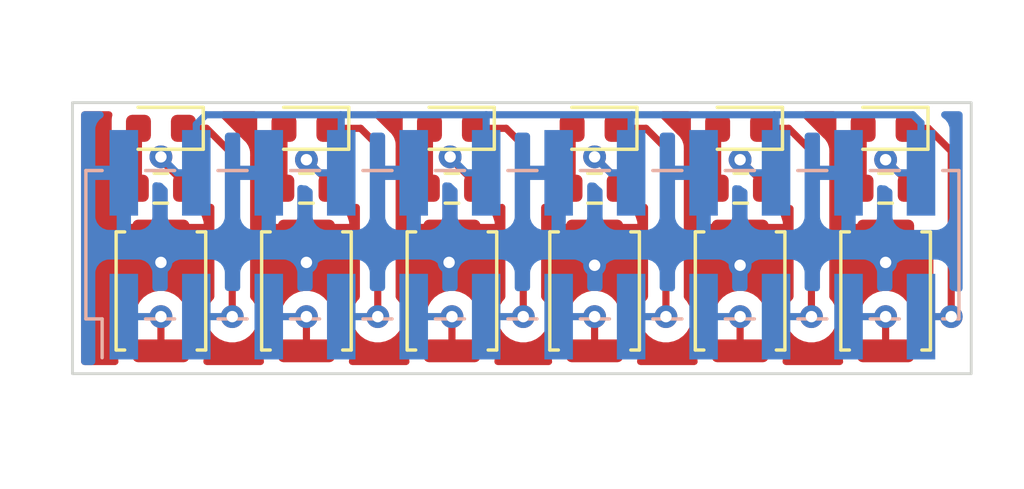
<source format=kicad_pcb>
(kicad_pcb (version 20221018) (generator pcbnew)
  (layers (0 "F.Cu" signal) (31 "B.Cu" signal) (34 "B.Paste" user) (35 "F.Paste" user) (36 "B.SilkS" user "B.Silkscreen") (37 "F.SilkS" user "F.Silkscreen") (38 "B.Mask" user) (39 "F.Mask" user) (44 "Edge.Cuts" user))
  (net 0 "")
  (net 1 "GND")
  (net 2 "Net-(D1-A)")
  (net 3 "Net-(D2-A)")
  (net 4 "Net-(D4-A)")
  (net 5 "Net-(D5-A)")
  (net 6 "Net-(D6-A)")
  (net 7 "Net-(D7-A)")
  (net 8 "BUTTON1")
  (net 9 "BUTTON1_LED")
  (net 10 "+5V")
  (net 11 "BUTTON2")
  (net 12 "BUTTON2_LED")
  (net 13 "BUTTON3")
  (net 14 "BUTTON3_LED")
  (net 15 "BUTTON4")
  (net 16 "BUTTON4_LED")
  (net 17 "BUTTON5")
  (net 18 "BUTTON5_LED")
  (net 19 "BUTTON6")
  (net 20 "BUTTON6_LED")
  (footprint "LED_SMD:LED_0603_1608Metric" (layer "F.Cu") (at 122.9 114.1 180)
    (fp_text reference "D1" hide)
    (fp_text value "LED")
    (fp_line (start -1.485 -0.735) (end -1.485 0.735) (stroke (width 0.12)) (layer "F.SilkS"))
    (fp_line (start -1.485 0.735) (end 0.8 0.735) (stroke (width 0.12)) (layer "F.SilkS"))
    (fp_line (start 0.8 -0.735) (end -1.485 -0.735) (stroke (width 0.12)) (layer "F.SilkS"))
    (pad "1" smd roundrect (at -0.7875 0 180) (size 0.875 0.95) (layers "F.Cu" "F.Paste" "F.Mask") (net 12 "BUTTON2_LED"))
    (pad "2" smd roundrect (at 0.7875 0 180) (size 0.875 0.95) (layers "F.Cu" "F.Paste" "F.Mask") (net 2 "Net-(D1-A)"))
  )
  (footprint "Resistor_SMD:R_0603_1608Metric" (layer "F.Cu") (at 133 116.2)
    (fp_text reference "R5" hide)
    (fp_text value "1k")
    (fp_line (start -0.237258 -0.5225) (end 0.237258 -0.5225) (stroke (width 0.12)) (layer "F.SilkS"))
    (fp_line (start -0.237258 0.5225) (end 0.237258 0.5225) (stroke (width 0.12)) (layer "F.SilkS"))
    (pad "1" smd roundrect (at -0.825 0) (size 0.8 0.95) (layers "F.Cu" "F.Paste" "F.Mask") (net 5 "Net-(D5-A)"))
    (pad "2" smd roundrect (at 0.825 0) (size 0.8 0.95) (layers "F.Cu" "F.Paste" "F.Mask") (net 10 "+5V"))
  )
  (footprint "Resistor_SMD:R_0603_1608Metric" (layer "F.Cu") (at 117.8 116.2)
    (fp_text reference "R4" hide)
    (fp_text value "1k")
    (fp_line (start -0.237258 -0.5225) (end 0.237258 -0.5225) (stroke (width 0.12)) (layer "F.SilkS"))
    (fp_line (start -0.237258 0.5225) (end 0.237258 0.5225) (stroke (width 0.12)) (layer "F.SilkS"))
    (pad "1" smd roundrect (at -0.825 0) (size 0.8 0.95) (layers "F.Cu" "F.Paste" "F.Mask") (net 4 "Net-(D4-A)"))
    (pad "2" smd roundrect (at 0.825 0) (size 0.8 0.95) (layers "F.Cu" "F.Paste" "F.Mask") (net 10 "+5V"))
  )
  (footprint "LED_SMD:LED_0603_1608Metric" (layer "F.Cu") (at 133 114.1 180)
    (fp_text reference "D5" hide)
    (fp_text value "LED")
    (fp_line (start -1.485 -0.735) (end -1.485 0.735) (stroke (width 0.12)) (layer "F.SilkS"))
    (fp_line (start -1.485 0.735) (end 0.8 0.735) (stroke (width 0.12)) (layer "F.SilkS"))
    (fp_line (start 0.8 -0.735) (end -1.485 -0.735) (stroke (width 0.12)) (layer "F.SilkS"))
    (pad "1" smd roundrect (at -0.7875 0 180) (size 0.875 0.95) (layers "F.Cu" "F.Paste" "F.Mask") (net 16 "BUTTON4_LED"))
    (pad "2" smd roundrect (at 0.7875 0 180) (size 0.875 0.95) (layers "F.Cu" "F.Paste" "F.Mask") (net 5 "Net-(D5-A)"))
  )
  (footprint "LED_SMD:LED_0603_1608Metric" (layer "F.Cu") (at 117.8 114.1 180)
    (fp_text reference "D4" hide)
    (fp_text value "LED")
    (fp_line (start -1.485 -0.735) (end -1.485 0.735) (stroke (width 0.12)) (layer "F.SilkS"))
    (fp_line (start -1.485 0.735) (end 0.8 0.735) (stroke (width 0.12)) (layer "F.SilkS"))
    (fp_line (start 0.8 -0.735) (end -1.485 -0.735) (stroke (width 0.12)) (layer "F.SilkS"))
    (pad "1" smd roundrect (at -0.7875 0 180) (size 0.875 0.95) (layers "F.Cu" "F.Paste" "F.Mask") (net 9 "BUTTON1_LED"))
    (pad "2" smd roundrect (at 0.7875 0 180) (size 0.875 0.95) (layers "F.Cu" "F.Paste" "F.Mask") (net 4 "Net-(D4-A)"))
  )
  (footprint "Button_Switch_SMD:SW_Push_SPST_NO_Alps_SKRK" (layer "F.Cu") (at 128 119.8 -90)
    (fp_text reference "SW2" hide)
    (fp_text value "SW_Push")
    (fp_line (start -2.07 -1.57) (end 2.07 -1.57) (stroke (width 0.12)) (layer "F.SilkS"))
    (fp_line (start -2.07 -1.27) (end -2.07 -1.57) (stroke (width 0.12)) (layer "F.SilkS"))
    (fp_line (start -2.07 1.57) (end -2.07 1.27) (stroke (width 0.12)) (layer "F.SilkS"))
    (fp_line (start 2.07 -1.57) (end 2.07 -1.27) (stroke (width 0.12)) (layer "F.SilkS"))
    (fp_line (start 2.07 1.27) (end 2.07 1.57) (stroke (width 0.12)) (layer "F.SilkS"))
    (fp_line (start 2.07 1.57) (end -2.07 1.57) (stroke (width 0.12)) (layer "F.SilkS"))
    (pad "1" smd roundrect (at -2.1 0 270) (size 0.8 2) (layers "F.Cu" "F.Paste" "F.Mask") (net 1 "GND"))
    (pad "2" smd roundrect (at 2.1 0 270) (size 0.8 2) (layers "F.Cu" "F.Paste" "F.Mask") (net 13 "BUTTON3"))
  )
  (footprint "Button_Switch_SMD:SW_Push_SPST_NO_Alps_SKRK" (layer "F.Cu") (at 143.2 119.8 -90)
    (fp_text reference "SW7" hide)
    (fp_text value "SW_Push")
    (fp_line (start -2.07 -1.57) (end 2.07 -1.57) (stroke (width 0.12)) (layer "F.SilkS"))
    (fp_line (start -2.07 -1.27) (end -2.07 -1.57) (stroke (width 0.12)) (layer "F.SilkS"))
    (fp_line (start -2.07 1.57) (end -2.07 1.27) (stroke (width 0.12)) (layer "F.SilkS"))
    (fp_line (start 2.07 -1.57) (end 2.07 -1.27) (stroke (width 0.12)) (layer "F.SilkS"))
    (fp_line (start 2.07 1.27) (end 2.07 1.57) (stroke (width 0.12)) (layer "F.SilkS"))
    (fp_line (start 2.07 1.57) (end -2.07 1.57) (stroke (width 0.12)) (layer "F.SilkS"))
    (pad "1" smd roundrect (at -2.1 0 270) (size 0.8 2) (layers "F.Cu" "F.Paste" "F.Mask") (net 1 "GND"))
    (pad "2" smd roundrect (at 2.1 0 270) (size 0.8 2) (layers "F.Cu" "F.Paste" "F.Mask") (net 19 "BUTTON6"))
  )
  (footprint "Button_Switch_SMD:SW_Push_SPST_NO_Alps_SKRK" (layer "F.Cu") (at 138.1 119.8 -90)
    (fp_text reference "SW6" hide)
    (fp_text value "SW_Push")
    (fp_line (start -2.07 -1.57) (end 2.07 -1.57) (stroke (width 0.12)) (layer "F.SilkS"))
    (fp_line (start -2.07 -1.27) (end -2.07 -1.57) (stroke (width 0.12)) (layer "F.SilkS"))
    (fp_line (start -2.07 1.57) (end -2.07 1.27) (stroke (width 0.12)) (layer "F.SilkS"))
    (fp_line (start 2.07 -1.57) (end 2.07 -1.27) (stroke (width 0.12)) (layer "F.SilkS"))
    (fp_line (start 2.07 1.27) (end 2.07 1.57) (stroke (width 0.12)) (layer "F.SilkS"))
    (fp_line (start 2.07 1.57) (end -2.07 1.57) (stroke (width 0.12)) (layer "F.SilkS"))
    (pad "1" smd roundrect (at -2.1 0 270) (size 0.8 2) (layers "F.Cu" "F.Paste" "F.Mask") (net 1 "GND"))
    (pad "2" smd roundrect (at 2.1 0 270) (size 0.8 2) (layers "F.Cu" "F.Paste" "F.Mask") (net 17 "BUTTON5"))
  )
  (footprint "Resistor_SMD:R_0603_1608Metric" (layer "F.Cu") (at 143.2 116.2)
    (fp_text reference "R7" hide)
    (fp_text value "1k")
    (fp_line (start -0.237258 -0.5225) (end 0.237258 -0.5225) (stroke (width 0.12)) (layer "F.SilkS"))
    (fp_line (start -0.237258 0.5225) (end 0.237258 0.5225) (stroke (width 0.12)) (layer "F.SilkS"))
    (pad "1" smd roundrect (at -0.825 0) (size 0.8 0.95) (layers "F.Cu" "F.Paste" "F.Mask") (net 7 "Net-(D7-A)"))
    (pad "2" smd roundrect (at 0.825 0) (size 0.8 0.95) (layers "F.Cu" "F.Paste" "F.Mask") (net 10 "+5V"))
  )
  (footprint "LED_SMD:LED_0603_1608Metric" (layer "F.Cu") (at 138.1 114.1 180)
    (fp_text reference "D6" hide)
    (fp_text value "LED")
    (fp_line (start -1.485 -0.735) (end -1.485 0.735) (stroke (width 0.12)) (layer "F.SilkS"))
    (fp_line (start -1.485 0.735) (end 0.8 0.735) (stroke (width 0.12)) (layer "F.SilkS"))
    (fp_line (start 0.8 -0.735) (end -1.485 -0.735) (stroke (width 0.12)) (layer "F.SilkS"))
    (pad "1" smd roundrect (at -0.7875 0 180) (size 0.875 0.95) (layers "F.Cu" "F.Paste" "F.Mask") (net 18 "BUTTON5_LED"))
    (pad "2" smd roundrect (at 0.7875 0 180) (size 0.875 0.95) (layers "F.Cu" "F.Paste" "F.Mask") (net 6 "Net-(D6-A)"))
  )
  (footprint "Resistor_SMD:R_0603_1608Metric" (layer "F.Cu") (at 138.125 116.2)
    (fp_text reference "R6" hide)
    (fp_text value "1k")
    (fp_line (start -0.237258 -0.5225) (end 0.237258 -0.5225) (stroke (width 0.12)) (layer "F.SilkS"))
    (fp_line (start -0.237258 0.5225) (end 0.237258 0.5225) (stroke (width 0.12)) (layer "F.SilkS"))
    (pad "1" smd roundrect (at -0.825 0) (size 0.8 0.95) (layers "F.Cu" "F.Paste" "F.Mask") (net 6 "Net-(D6-A)"))
    (pad "2" smd roundrect (at 0.825 0) (size 0.8 0.95) (layers "F.Cu" "F.Paste" "F.Mask") (net 10 "+5V"))
  )
  (footprint "Resistor_SMD:R_0603_1608Metric" (layer "F.Cu") (at 122.9 116.2)
    (fp_text reference "R1" hide)
    (fp_text value "1k")
    (fp_line (start -0.237258 -0.5225) (end 0.237258 -0.5225) (stroke (width 0.12)) (layer "F.SilkS"))
    (fp_line (start -0.237258 0.5225) (end 0.237258 0.5225) (stroke (width 0.12)) (layer "F.SilkS"))
    (pad "1" smd roundrect (at -0.825 0) (size 0.8 0.95) (layers "F.Cu" "F.Paste" "F.Mask") (net 2 "Net-(D1-A)"))
    (pad "2" smd roundrect (at 0.825 0) (size 0.8 0.95) (layers "F.Cu" "F.Paste" "F.Mask") (net 10 "+5V"))
  )
  (footprint "Button_Switch_SMD:SW_Push_SPST_NO_Alps_SKRK" (layer "F.Cu") (at 133 119.8 -90)
    (fp_text reference "SW5" hide)
    (fp_text value "SW_Push")
    (fp_line (start -2.07 -1.57) (end 2.07 -1.57) (stroke (width 0.12)) (layer "F.SilkS"))
    (fp_line (start -2.07 -1.27) (end -2.07 -1.57) (stroke (width 0.12)) (layer "F.SilkS"))
    (fp_line (start -2.07 1.57) (end -2.07 1.27) (stroke (width 0.12)) (layer "F.SilkS"))
    (fp_line (start 2.07 -1.57) (end 2.07 -1.27) (stroke (width 0.12)) (layer "F.SilkS"))
    (fp_line (start 2.07 1.27) (end 2.07 1.57) (stroke (width 0.12)) (layer "F.SilkS"))
    (fp_line (start 2.07 1.57) (end -2.07 1.57) (stroke (width 0.12)) (layer "F.SilkS"))
    (pad "1" smd roundrect (at -2.1 0 270) (size 0.8 2) (layers "F.Cu" "F.Paste" "F.Mask") (net 1 "GND"))
    (pad "2" smd roundrect (at 2.1 0 270) (size 0.8 2) (layers "F.Cu" "F.Paste" "F.Mask") (net 15 "BUTTON4"))
  )
  (footprint "LED_SMD:LED_0603_1608Metric" (layer "F.Cu") (at 143.2 114.1 180)
    (fp_text reference "D7" hide)
    (fp_text value "LED")
    (fp_line (start -1.485 -0.735) (end -1.485 0.735) (stroke (width 0.12)) (layer "F.SilkS"))
    (fp_line (start -1.485 0.735) (end 0.8 0.735) (stroke (width 0.12)) (layer "F.SilkS"))
    (fp_line (start 0.8 -0.735) (end -1.485 -0.735) (stroke (width 0.12)) (layer "F.SilkS"))
    (pad "1" smd roundrect (at -0.7875 0 180) (size 0.875 0.95) (layers "F.Cu" "F.Paste" "F.Mask") (net 20 "BUTTON6_LED"))
    (pad "2" smd roundrect (at 0.7875 0 180) (size 0.875 0.95) (layers "F.Cu" "F.Paste" "F.Mask") (net 7 "Net-(D7-A)"))
  )
  (footprint "Resistor_SMD:R_0603_1608Metric" (layer "F.Cu") (at 128 116.2)
    (fp_text reference "R2" hide)
    (fp_text value "1k")
    (fp_line (start -0.237258 -0.5225) (end 0.237258 -0.5225) (stroke (width 0.12)) (layer "F.SilkS"))
    (fp_line (start -0.237258 0.5225) (end 0.237258 0.5225) (stroke (width 0.12)) (layer "F.SilkS"))
    (pad "1" smd roundrect (at -0.825 0) (size 0.8 0.95) (layers "F.Cu" "F.Paste" "F.Mask") (net 3 "Net-(D2-A)"))
    (pad "2" smd roundrect (at 0.825 0) (size 0.8 0.95) (layers "F.Cu" "F.Paste" "F.Mask") (net 10 "+5V"))
  )
  (footprint "LED_SMD:LED_0603_1608Metric" (layer "F.Cu") (at 128 114.1 180)
    (fp_text reference "D2" hide)
    (fp_text value "LED")
    (fp_line (start -1.485 -0.735) (end -1.485 0.735) (stroke (width 0.12)) (layer "F.SilkS"))
    (fp_line (start -1.485 0.735) (end 0.8 0.735) (stroke (width 0.12)) (layer "F.SilkS"))
    (fp_line (start 0.8 -0.735) (end -1.485 -0.735) (stroke (width 0.12)) (layer "F.SilkS"))
    (pad "1" smd roundrect (at -0.7875 0 180) (size 0.875 0.95) (layers "F.Cu" "F.Paste" "F.Mask") (net 14 "BUTTON3_LED"))
    (pad "2" smd roundrect (at 0.7875 0 180) (size 0.875 0.95) (layers "F.Cu" "F.Paste" "F.Mask") (net 3 "Net-(D2-A)"))
  )
  (footprint "Button_Switch_SMD:SW_Push_SPST_NO_Alps_SKRK" (layer "F.Cu") (at 122.9 119.8 -90)
    (fp_text reference "SW1" hide)
    (fp_text value "SW_Push")
    (fp_line (start -2.07 -1.57) (end 2.07 -1.57) (stroke (width 0.12)) (layer "F.SilkS"))
    (fp_line (start -2.07 -1.27) (end -2.07 -1.57) (stroke (width 0.12)) (layer "F.SilkS"))
    (fp_line (start -2.07 1.57) (end -2.07 1.27) (stroke (width 0.12)) (layer "F.SilkS"))
    (fp_line (start 2.07 -1.57) (end 2.07 -1.27) (stroke (width 0.12)) (layer "F.SilkS"))
    (fp_line (start 2.07 1.27) (end 2.07 1.57) (stroke (width 0.12)) (layer "F.SilkS"))
    (fp_line (start 2.07 1.57) (end -2.07 1.57) (stroke (width 0.12)) (layer "F.SilkS"))
    (pad "1" smd roundrect (at -2.1 0 270) (size 0.8 2) (layers "F.Cu" "F.Paste" "F.Mask") (net 1 "GND"))
    (pad "2" smd roundrect (at 2.1 0 270) (size 0.8 2) (layers "F.Cu" "F.Paste" "F.Mask") (net 11 "BUTTON2"))
  )
  (footprint "Button_Switch_SMD:SW_Push_SPST_NO_Alps_SKRK" (layer "F.Cu") (at 117.8 119.8 -90)
    (fp_text reference "SW4" hide)
    (fp_text value "SW_Push")
    (fp_line (start -2.07 -1.57) (end 2.07 -1.57) (stroke (width 0.12)) (layer "F.SilkS"))
    (fp_line (start -2.07 -1.27) (end -2.07 -1.57) (stroke (width 0.12)) (layer "F.SilkS"))
    (fp_line (start -2.07 1.57) (end -2.07 1.27) (stroke (width 0.12)) (layer "F.SilkS"))
    (fp_line (start 2.07 -1.57) (end 2.07 -1.27) (stroke (width 0.12)) (layer "F.SilkS"))
    (fp_line (start 2.07 1.27) (end 2.07 1.57) (stroke (width 0.12)) (layer "F.SilkS"))
    (fp_line (start 2.07 1.57) (end -2.07 1.57) (stroke (width 0.12)) (layer "F.SilkS"))
    (pad "1" smd roundrect (at -2.1 0 270) (size 0.8 2) (layers "F.Cu" "F.Paste" "F.Mask") (net 1 "GND"))
    (pad "2" smd roundrect (at 2.1 0 270) (size 0.8 2) (layers "F.Cu" "F.Paste" "F.Mask") (net 8 "BUTTON1"))
  )
  (footprint "Connector_PinSocket_2.54mm:PinSocket_2x12_P2.54mm_Vertical_SMD" (layer "B.Cu") (at 130.47 118.18 -90)
    (fp_text reference "J1" hide)
    (fp_text value "Conn_02x12_Odd_Even")
    (fp_line (start -2.6 -15.3) (end 2.6 -15.3) (stroke (width 0.12)) (layer "B.SilkS"))
    (fp_line (start -2.6 -14.73) (end -2.6 -15.3) (stroke (width 0.12)) (layer "B.SilkS"))
    (fp_line (start -2.6 -12.19) (end -2.6 -13.21) (stroke (width 0.12)) (layer "B.SilkS"))
    (fp_line (start -2.6 -9.65) (end -2.6 -10.67) (stroke (width 0.12)) (layer "B.SilkS"))
    (fp_line (start -2.6 -7.11) (end -2.6 -8.13) (stroke (width 0.12)) (layer "B.SilkS"))
    (fp_line (start -2.6 -4.57) (end -2.6 -5.59) (stroke (width 0.12)) (layer "B.SilkS"))
    (fp_line (start -2.6 -2.03) (end -2.6 -3.05) (stroke (width 0.12)) (layer "B.SilkS"))
    (fp_line (start -2.6 0.51) (end -2.6 -0.51) (stroke (width 0.12)) (layer "B.SilkS"))
    (fp_line (start -2.6 3.05) (end -2.6 2.03) (stroke (width 0.12)) (layer "B.SilkS"))
    (fp_line (start -2.6 5.59) (end -2.6 4.57) (stroke (width 0.12)) (layer "B.SilkS"))
    (fp_line (start -2.6 8.13) (end -2.6 7.11) (stroke (width 0.12)) (layer "B.SilkS"))
    (fp_line (start -2.6 10.67) (end -2.6 9.65) (stroke (width 0.12)) (layer "B.SilkS"))
    (fp_line (start -2.6 13.21) (end -2.6 12.19) (stroke (width 0.12)) (layer "B.SilkS"))
    (fp_line (start -2.6 15.3) (end -2.6 14.73) (stroke (width 0.12)) (layer "B.SilkS"))
    (fp_line (start -2.6 15.3) (end 2.6 15.3) (stroke (width 0.12)) (layer "B.SilkS"))
    (fp_line (start 2.6 -14.73) (end 2.6 -15.3) (stroke (width 0.12)) (layer "B.SilkS"))
    (fp_line (start 2.6 -12.19) (end 2.6 -13.21) (stroke (width 0.12)) (layer "B.SilkS"))
    (fp_line (start 2.6 -9.65) (end 2.6 -10.67) (stroke (width 0.12)) (layer "B.SilkS"))
    (fp_line (start 2.6 -7.11) (end 2.6 -8.13) (stroke (width 0.12)) (layer "B.SilkS"))
    (fp_line (start 2.6 -4.57) (end 2.6 -5.59) (stroke (width 0.12)) (layer "B.SilkS"))
    (fp_line (start 2.6 -2.03) (end 2.6 -3.05) (stroke (width 0.12)) (layer "B.SilkS"))
    (fp_line (start 2.6 0.51) (end 2.6 -0.51) (stroke (width 0.12)) (layer "B.SilkS"))
    (fp_line (start 2.6 3.05) (end 2.6 2.03) (stroke (width 0.12)) (layer "B.SilkS"))
    (fp_line (start 2.6 5.59) (end 2.6 4.57) (stroke (width 0.12)) (layer "B.SilkS"))
    (fp_line (start 2.6 8.13) (end 2.6 7.11) (stroke (width 0.12)) (layer "B.SilkS"))
    (fp_line (start 2.6 10.67) (end 2.6 9.65) (stroke (width 0.12)) (layer "B.SilkS"))
    (fp_line (start 2.6 13.21) (end 2.6 12.19) (stroke (width 0.12)) (layer "B.SilkS"))
    (fp_line (start 2.6 14.73) (end 3.96 14.73) (stroke (width 0.12)) (layer "B.SilkS"))
    (fp_line (start 2.6 15.3) (end 2.6 14.73) (stroke (width 0.12)) (layer "B.SilkS"))
    (pad "1" smd rect (at 2.52 13.97 270) (size 3 1) (layers "B.Cu" "B.Paste" "B.Mask") (net 8 "BUTTON1"))
    (pad "2" smd rect (at -2.52 13.97 270) (size 3 1) (layers "B.Cu" "B.Paste" "B.Mask") (net 1 "GND"))
    (pad "3" smd rect (at 2.52 11.43 270) (size 3 1) (layers "B.Cu" "B.Paste" "B.Mask") (net 9 "BUTTON1_LED"))
    (pad "4" smd rect (at -2.52 11.43 270) (size 3 1) (layers "B.Cu" "B.Paste" "B.Mask") (net 10 "+5V"))
    (pad "5" smd rect (at 2.52 8.89 270) (size 3 1) (layers "B.Cu" "B.Paste" "B.Mask") (net 11 "BUTTON2"))
    (pad "6" smd rect (at -2.52 8.89 270) (size 3 1) (layers "B.Cu" "B.Paste" "B.Mask") (net 1 "GND"))
    (pad "7" smd rect (at 2.52 6.35 270) (size 3 1) (layers "B.Cu" "B.Paste" "B.Mask") (net 12 "BUTTON2_LED"))
    (pad "8" smd rect (at -2.52 6.35 270) (size 3 1) (layers "B.Cu" "B.Paste" "B.Mask") (net 10 "+5V"))
    (pad "9" smd rect (at 2.52 3.81 270) (size 3 1) (layers "B.Cu" "B.Paste" "B.Mask") (net 13 "BUTTON3"))
    (pad "10" smd rect (at -2.52 3.81 270) (size 3 1) (layers "B.Cu" "B.Paste" "B.Mask") (net 1 "GND"))
    (pad "11" smd rect (at 2.52 1.27 270) (size 3 1) (layers "B.Cu" "B.Paste" "B.Mask") (net 14 "BUTTON3_LED"))
    (pad "12" smd rect (at -2.52 1.27 270) (size 3 1) (layers "B.Cu" "B.Paste" "B.Mask") (net 10 "+5V"))
    (pad "13" smd rect (at 2.52 -1.27 270) (size 3 1) (layers "B.Cu" "B.Paste" "B.Mask") (net 15 "BUTTON4"))
    (pad "14" smd rect (at -2.52 -1.27 270) (size 3 1) (layers "B.Cu" "B.Paste" "B.Mask") (net 1 "GND"))
    (pad "15" smd rect (at 2.52 -3.81 270) (size 3 1) (layers "B.Cu" "B.Paste" "B.Mask") (net 16 "BUTTON4_LED"))
    (pad "16" smd rect (at -2.52 -3.81 270) (size 3 1) (layers "B.Cu" "B.Paste" "B.Mask") (net 10 "+5V"))
    (pad "17" smd rect (at 2.52 -6.35 270) (size 3 1) (layers "B.Cu" "B.Paste" "B.Mask") (net 17 "BUTTON5"))
    (pad "18" smd rect (at -2.52 -6.35 270) (size 3 1) (layers "B.Cu" "B.Paste" "B.Mask") (net 1 "GND"))
    (pad "19" smd rect (at 2.52 -8.89 270) (size 3 1) (layers "B.Cu" "B.Paste" "B.Mask") (net 18 "BUTTON5_LED"))
    (pad "20" smd rect (at -2.52 -8.89 270) (size 3 1) (layers "B.Cu" "B.Paste" "B.Mask") (net 10 "+5V"))
    (pad "21" smd rect (at 2.52 -11.43 270) (size 3 1) (layers "B.Cu" "B.Paste" "B.Mask") (net 19 "BUTTON6"))
    (pad "22" smd rect (at -2.52 -11.43 270) (size 3 1) (layers "B.Cu" "B.Paste" "B.Mask") (net 1 "GND"))
    (pad "23" smd rect (at 2.52 -13.97 270) (size 3 1) (layers "B.Cu" "B.Paste" "B.Mask") (net 20 "BUTTON6_LED"))
    (pad "24" smd rect (at -2.52 -13.97 270) (size 3 1) (layers "B.Cu" "B.Paste" "B.Mask") (net 10 "+5V"))
  )
  (gr_rect (start 114.7 113.2) (end 146.2 122.7) (stroke (width 0.1)) (fill none) (layer "Edge.Cuts"))
  (via (at 138.1 118.9) (size 0.8) (drill 0.4) (layers "F.Cu" "B.Cu") (net 1))
  (via (at 117.8 118.8) (size 0.8) (drill 0.4) (layers "F.Cu" "B.Cu") (net 1))
  (via (at 122.9 118.8) (size 0.8) (drill 0.4) (layers "F.Cu" "B.Cu") (net 1))
  (via (at 127.9 118.8) (size 0.8) (drill 0.4) (layers "F.Cu" "B.Cu") (net 1))
  (via (at 133 118.9) (size 0.8) (drill 0.4) (layers "F.Cu" "B.Cu") (net 1))
  (via (at 143.2 118.8) (size 0.8) (drill 0.4) (layers "F.Cu" "B.Cu") (net 1))
  (segment (start 122.1125 114.1) (end 122.1125 116.1625) (width 0.25) (layer "F.Cu") (net 2))
  (segment (start 122.1125 116.1625) (end 122.075 116.2) (width 0.25) (layer "F.Cu") (net 2))
  (segment (start 127.2125 116.1625) (end 127.175 116.2) (width 0.25) (layer "F.Cu") (net 3))
  (segment (start 127.2125 114.1) (end 127.2125 116.1625) (width 0.25) (layer "F.Cu") (net 3))
  (segment (start 117.0125 116.1625) (end 116.975 116.2) (width 0.25) (layer "F.Cu") (net 4))
  (segment (start 117.0125 114.1) (end 117.0125 116.1625) (width 0.25) (layer "F.Cu") (net 4))
  (segment (start 132.2125 114.1) (end 132.2125 116.1625) (width 0.25) (layer "F.Cu") (net 5))
  (segment (start 132.2125 116.1625) (end 132.175 116.2) (width 0.25) (layer "F.Cu") (net 5))
  (segment (start 137.3125 116.1875) (end 137.3 116.2) (width 0.25) (layer "F.Cu") (net 6))
  (segment (start 137.3125 114.1) (end 137.3125 116.1875) (width 0.25) (layer "F.Cu") (net 6))
  (segment (start 142.4125 114.1) (end 142.4125 116.1625) (width 0.25) (layer "F.Cu") (net 7))
  (segment (start 142.4125 116.1625) (end 142.375 116.2) (width 0.25) (layer "F.Cu") (net 7))
  (segment (start 117.8 121.9) (end 117.8 120.7) (width 0.25) (layer "F.Cu") (net 8))
  (via (at 117.8 120.7) (size 0.8) (drill 0.4) (layers "F.Cu" "B.Cu") (net 8))
  (segment (start 117.8 120.7) (end 116.5 120.7) (width 0.25) (layer "B.Cu") (net 8))
  (segment (start 120.3 120.7) (end 120.3 115) (width 0.25) (layer "F.Cu") (net 9))
  (segment (start 120.3 115) (end 119.4 114.1) (width 0.25) (layer "F.Cu") (net 9))
  (segment (start 119.4 114.1) (end 118.5875 114.1) (width 0.25) (layer "F.Cu") (net 9))
  (via (at 120.3 120.7) (size 0.8) (drill 0.4) (layers "F.Cu" "B.Cu") (net 9))
  (segment (start 120.3 120.7) (end 119.04 120.7) (width 0.25) (layer "B.Cu") (net 9))
  (segment (start 118.625 116.025) (end 117.8 115.2) (width 0.25) (layer "F.Cu") (net 10))
  (segment (start 143.2 115.2) (end 144.025 116.025) (width 0.25) (layer "F.Cu") (net 10))
  (segment (start 127.937 115.1) (end 127.937 115.137) (width 0.25) (layer "F.Cu") (net 10))
  (segment (start 118.625 116.2) (end 118.625 116.025) (width 0.25) (layer "F.Cu") (net 10))
  (segment (start 138.95 116.2) (end 138.95 116.05) (width 0.25) (layer "F.Cu") (net 10))
  (segment (start 144.025 116.025) (end 144.025 116.2) (width 0.25) (layer "F.Cu") (net 10))
  (segment (start 117.7 115.1) (end 117.8 115.2) (width 0.25) (layer "F.Cu") (net 10))
  (segment (start 117.8 115.2) (end 117.8 115.1) (width 0.25) (layer "F.Cu") (net 10))
  (segment (start 133.825 116.2) (end 133.825 115.925) (width 0.25) (layer "F.Cu") (net 10))
  (segment (start 138.95 116.05) (end 138.1 115.2) (width 0.25) (layer "F.Cu") (net 10))
  (segment (start 127.9 115.1) (end 127.9 115.1) (width 0.25) (layer "F.Cu") (net 10))
  (segment (start 133.825 115.925) (end 133 115.1) (width 0.25) (layer "F.Cu") (net 10))
  (segment (start 123.725 116.025) (end 122.9 115.2) (width 0.25) (layer "F.Cu") (net 10))
  (segment (start 123.725 116.2) (end 123.725 116.025) (width 0.25) (layer "F.Cu") (net 10))
  (segment (start 128.825 116.025) (end 128.825 116.2) (width 0.25) (layer "F.Cu") (net 10))
  (segment (start 117.8 115.1) (end 117.7 115.1) (width 0.25) (layer "F.Cu") (net 10))
  (segment (start 127.937 115.1) (end 127.9 115.1) (width 0.25) (layer "F.Cu") (net 10))
  (segment (start 127.937 115.137) (end 128.825 116.025) (width 0.25) (layer "F.Cu") (net 10))
  (via (at 122.9 115.2) (size 0.8) (drill 0.4) (layers "F.Cu" "B.Cu") (net 10))
  (via (at 143.2 115.2) (size 0.8) (drill 0.4) (layers "F.Cu" "B.Cu") (net 10))
  (via (at 127.937 115.1) (size 0.8) (drill 0.4) (layers "F.Cu" "B.Cu") (net 10))
  (via (at 133 115.1) (size 0.8) (drill 0.4) (layers "F.Cu" "B.Cu") (net 10))
  (via (at 138.1 115.2) (size 0.8) (drill 0.4) (layers "F.Cu" "B.Cu") (net 10))
  (via (at 117.8 115.1) (size 0.8) (drill 0.4) (layers "F.Cu" "B.Cu") (net 10))
  (segment (start 134.28 115.66) (end 134.28 113.645) (width 0.25) (layer "B.Cu") (net 10))
  (segment (start 124.12 113.645) (end 124.1 113.625) (width 0.25) (layer "B.Cu") (net 10))
  (segment (start 143.2 115.2) (end 143.66 115.66) (width 0.25) (layer "B.Cu") (net 10))
  (segment (start 119.375 113.625) (end 119.04 113.96) (width 0.25) (layer "B.Cu") (net 10))
  (segment (start 128.497 115.66) (end 127.937 115.1) (width 0.25) (layer "B.Cu") (net 10))
  (segment (start 133.56 115.66) (end 133 115.1) (width 0.25) (layer "B.Cu") (net 10))
  (segment (start 144.155 113.625) (end 139.3 113.625) (width 0.25) (layer "B.Cu") (net 10))
  (segment (start 134.28 115.66) (end 133.56 115.66) (width 0.25) (layer "B.Cu") (net 10))
  (segment (start 124.12 115.66) (end 123.36 115.66) (width 0.25) (layer "B.Cu") (net 10))
  (segment (start 129.2 113.625) (end 124.1 113.625) (width 0.25) (layer "B.Cu") (net 10))
  (segment (start 144.44 115.66) (end 144.44 113.91) (width 0.25) (layer "B.Cu") (net 10))
  (segment (start 119.04 115.66) (end 118.36 115.66) (width 0.25) (layer "B.Cu") (net 10))
  (segment (start 119.04 113.96) (end 119.04 115.66) (width 0.25) (layer "B.Cu") (net 10))
  (segment (start 138.56 115.66) (end 138.1 115.2) (width 0.25) (layer "B.Cu") (net 10))
  (segment (start 129.2 115.66) (end 129.2 113.625) (width 0.25) (layer "B.Cu") (net 10))
  (segment (start 129.2 115.66) (end 128.497 115.66) (width 0.25) (layer "B.Cu") (net 10))
  (segment (start 124.1 113.625) (end 119.375 113.625) (width 0.25) (layer "B.Cu") (net 10))
  (segment (start 139.3 113.625) (end 134.3 113.625) (width 0.25) (layer "B.Cu") (net 10))
  (segment (start 118.36 115.66) (end 117.8 115.1) (width 0.25) (layer "B.Cu") (net 10))
  (segment (start 139.36 113.685) (end 139.3 113.625) (width 0.25) (layer "B.Cu") (net 10))
  (segment (start 144.44 113.91) (end 144.155 113.625) (width 0.25) (layer "B.Cu") (net 10))
  (segment (start 134.28 113.645) (end 134.3 113.625) (width 0.25) (layer "B.Cu") (net 10))
  (segment (start 124.12 115.66) (end 124.12 113.645) (width 0.25) (layer "B.Cu") (net 10))
  (segment (start 139.36 115.66) (end 139.36 113.685) (width 0.25) (layer "B.Cu") (net 10))
  (segment (start 139.36 115.66) (end 138.56 115.66) (width 0.25) (layer "B.Cu") (net 10))
  (segment (start 123.36 115.66) (end 122.9 115.2) (width 0.25) (layer "B.Cu") (net 10))
  (segment (start 143.66 115.66) (end 144.44 115.66) (width 0.25) (layer "B.Cu") (net 10))
  (segment (start 134.3 113.625) (end 129.2 113.625) (width 0.25) (layer "B.Cu") (net 10))
  (segment (start 122.9 121.9) (end 122.9 120.7) (width 0.25) (layer "F.Cu") (net 11))
  (via (at 122.9 120.7) (size 0.8) (drill 0.4) (layers "F.Cu" "B.Cu") (net 11))
  (segment (start 122.9 120.7) (end 121.58 120.7) (width 0.25) (layer "B.Cu") (net 11))
  (segment (start 123.6875 114.1) (end 124.8 114.1) (width 0.25) (layer "F.Cu") (net 12))
  (segment (start 124.8 114.1) (end 125.4 114.7) (width 0.25) (layer "F.Cu") (net 12))
  (segment (start 125.4 114.7) (end 125.4 120.7) (width 0.25) (layer "F.Cu") (net 12))
  (via (at 125.4 120.7) (size 0.8) (drill 0.4) (layers "F.Cu" "B.Cu") (net 12))
  (segment (start 124.12 120.7) (end 125.4 120.7) (width 0.25) (layer "B.Cu") (net 12))
  (segment (start 128 121.9) (end 128 120.7) (width 0.25) (layer "F.Cu") (net 13))
  (via (at 128 120.7) (size 0.8) (drill 0.4) (layers "F.Cu" "B.Cu") (net 13))
  (segment (start 128 120.7) (end 126.66 120.7) (width 0.25) (layer "B.Cu") (net 13))
  (segment (start 130.5 114.7) (end 130.5 120.7) (width 0.25) (layer "F.Cu") (net 14))
  (segment (start 128.7875 114.1) (end 129.9 114.1) (width 0.25) (layer "F.Cu") (net 14))
  (segment (start 129.9 114.1) (end 130.5 114.7) (width 0.25) (layer "F.Cu") (net 14))
  (via (at 130.5 120.7) (size 0.8) (drill 0.4) (layers "F.Cu" "B.Cu") (net 14))
  (segment (start 129.2 120.7) (end 130.5 120.7) (width 0.25) (layer "B.Cu") (net 14))
  (segment (start 133 121.9) (end 133 120.7) (width 0.25) (layer "F.Cu") (net 15))
  (via (at 133 120.7) (size 0.8) (drill 0.4) (layers "F.Cu" "B.Cu") (net 15))
  (segment (start 133 120.7) (end 131.74 120.7) (width 0.25) (layer "B.Cu") (net 15))
  (segment (start 133.7875 114.1) (end 134.8 114.1) (width 0.25) (layer "F.Cu") (net 16))
  (segment (start 135.5 114.8) (end 135.5 120.7) (width 0.25) (layer "F.Cu") (net 16))
  (segment (start 134.8 114.1) (end 135.5 114.8) (width 0.25) (layer "F.Cu") (net 16))
  (via (at 135.5 120.7) (size 0.8) (drill 0.4) (layers "F.Cu" "B.Cu") (net 16))
  (segment (start 134.28 120.7) (end 135.5 120.7) (width 0.25) (layer "B.Cu") (net 16))
  (segment (start 138.1 121.9) (end 138.1 120.7) (width 0.25) (layer "F.Cu") (net 17))
  (via (at 138.1 120.7) (size 0.8) (drill 0.4) (layers "F.Cu" "B.Cu") (net 17))
  (segment (start 138.1 120.7) (end 136.82 120.7) (width 0.25) (layer "B.Cu") (net 17))
  (segment (start 139.8 114.1) (end 140.6 114.9) (width 0.25) (layer "F.Cu") (net 18))
  (segment (start 140.6 114.9) (end 140.6 120.7) (width 0.25) (layer "F.Cu") (net 18))
  (segment (start 138.8875 114.1) (end 139.8 114.1) (width 0.25) (layer "F.Cu") (net 18))
  (via (at 140.6 120.7) (size 0.8) (drill 0.4) (layers "F.Cu" "B.Cu") (net 18))
  (segment (start 139.36 120.7) (end 140.6 120.7) (width 0.25) (layer "B.Cu") (net 18))
  (segment (start 143.2 121.9) (end 143.2 120.7) (width 0.25) (layer "F.Cu") (net 19))
  (via (at 143.2 120.7) (size 0.8) (drill 0.4) (layers "F.Cu" "B.Cu") (net 19))
  (segment (start 143.2 120.7) (end 141.9 120.7) (width 0.25) (layer "B.Cu") (net 19))
  (segment (start 144.7 114.1) (end 145.5 114.9) (width 0.25) (layer "F.Cu") (net 20))
  (segment (start 143.9875 114.1) (end 144.7 114.1) (width 0.25) (layer "F.Cu") (net 20))
  (segment (start 145.5 114.9) (end 145.5 120.7) (width 0.25) (layer "F.Cu") (net 20))
  (via (at 145.5 120.7) (size 0.8) (drill 0.4) (layers "F.Cu" "B.Cu") (net 20))
  (segment (start 144.44 120.7) (end 145.5 120.7) (width 0.25) (layer "B.Cu") (net 20))
  (zone (net 1) (net_name "GND") (layers "F&B.Cu") (connect_pads (clearance 0.5)) (min_thickness 0.25) (fill yes (thermal_gap 0.5) (thermal_bridge_width 0.5))
    (polygon (pts (xy 112.16 110.66) (xy 112.16 123.36) (xy 147.72 123.36) (xy 147.72 110.66)))
  )
)
</source>
